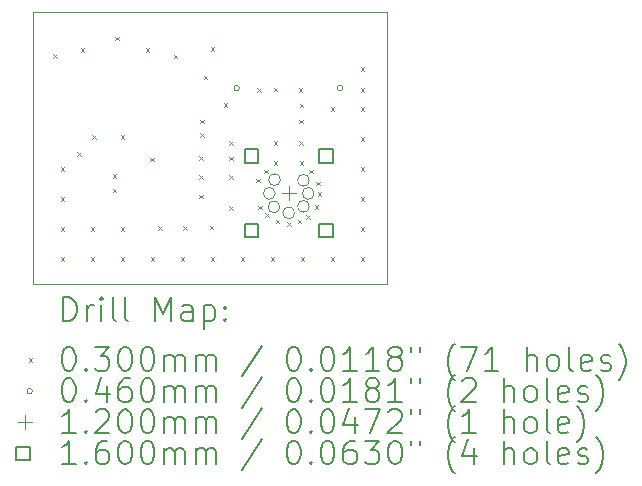
<source format=gbr>
%TF.GenerationSoftware,KiCad,Pcbnew,8.0.6*%
%TF.CreationDate,2024-11-27T10:36:13+01:00*%
%TF.ProjectId,TDR1,54445231-2e6b-4696-9361-645f70636258,0.1*%
%TF.SameCoordinates,Original*%
%TF.FileFunction,Drillmap*%
%TF.FilePolarity,Positive*%
%FSLAX45Y45*%
G04 Gerber Fmt 4.5, Leading zero omitted, Abs format (unit mm)*
G04 Created by KiCad (PCBNEW 8.0.6) date 2024-11-27 10:36:13*
%MOMM*%
%LPD*%
G01*
G04 APERTURE LIST*
%ADD10C,0.100000*%
%ADD11C,0.050000*%
%ADD12C,0.200000*%
%ADD13C,0.120000*%
%ADD14C,0.160000*%
G04 APERTURE END LIST*
D10*
X3000000Y2300000D02*
X3000000Y0D01*
X0Y0D02*
X0Y2300000D01*
D11*
X2090000Y650000D02*
G75*
G02*
X1990000Y650000I-50000J0D01*
G01*
X1990000Y650000D02*
G75*
G02*
X2090000Y650000I50000J0D01*
G01*
X2380000Y765000D02*
G75*
G02*
X2280000Y765000I-50000J0D01*
G01*
X2280000Y765000D02*
G75*
G02*
X2380000Y765000I50000J0D01*
G01*
X2095000Y880000D02*
G75*
G02*
X1995000Y880000I-50000J0D01*
G01*
X1995000Y880000D02*
G75*
G02*
X2095000Y880000I50000J0D01*
G01*
D10*
X3000000Y0D02*
X0Y0D01*
X0Y2300000D02*
X3000000Y2300000D01*
D11*
X2050000Y765000D02*
G75*
G02*
X1950000Y765000I-50000J0D01*
G01*
X1950000Y765000D02*
G75*
G02*
X2050000Y765000I50000J0D01*
G01*
X2340000Y875000D02*
G75*
G02*
X2240000Y875000I-50000J0D01*
G01*
X2240000Y875000D02*
G75*
G02*
X2340000Y875000I50000J0D01*
G01*
X2340000Y655000D02*
G75*
G02*
X2240000Y655000I-50000J0D01*
G01*
X2240000Y655000D02*
G75*
G02*
X2340000Y655000I50000J0D01*
G01*
X2215000Y600000D02*
G75*
G02*
X2115000Y600000I-50000J0D01*
G01*
X2115000Y600000D02*
G75*
G02*
X2215000Y600000I50000J0D01*
G01*
D12*
D10*
X170000Y1945000D02*
X200000Y1915000D01*
X200000Y1945000D02*
X170000Y1915000D01*
X234000Y988500D02*
X264000Y958500D01*
X264000Y988500D02*
X234000Y958500D01*
X234000Y734500D02*
X264000Y704500D01*
X264000Y734500D02*
X234000Y704500D01*
X234000Y480500D02*
X264000Y450500D01*
X264000Y480500D02*
X234000Y450500D01*
X234000Y226500D02*
X264000Y196500D01*
X264000Y226500D02*
X234000Y196500D01*
X375000Y1115000D02*
X405000Y1085000D01*
X405000Y1115000D02*
X375000Y1085000D01*
X405000Y1995000D02*
X435000Y1965000D01*
X435000Y1995000D02*
X405000Y1965000D01*
X488000Y480500D02*
X518000Y450500D01*
X518000Y480500D02*
X488000Y450500D01*
X488000Y226500D02*
X518000Y196500D01*
X518000Y226500D02*
X488000Y196500D01*
X500000Y1255000D02*
X530000Y1225000D01*
X530000Y1255000D02*
X500000Y1225000D01*
X675000Y925000D02*
X705000Y895000D01*
X705000Y925000D02*
X675000Y895000D01*
X675000Y805000D02*
X705000Y775000D01*
X705000Y805000D02*
X675000Y775000D01*
X695000Y2090000D02*
X725000Y2060000D01*
X725000Y2090000D02*
X695000Y2060000D01*
X742000Y480500D02*
X772000Y450500D01*
X772000Y480500D02*
X742000Y450500D01*
X742000Y226500D02*
X772000Y196500D01*
X772000Y226500D02*
X742000Y196500D01*
X745000Y1255000D02*
X775000Y1225000D01*
X775000Y1255000D02*
X745000Y1225000D01*
X955000Y1995000D02*
X985000Y1965000D01*
X985000Y1995000D02*
X955000Y1965000D01*
X995000Y1065000D02*
X1025000Y1035000D01*
X1025000Y1065000D02*
X995000Y1035000D01*
X996000Y226500D02*
X1026000Y196500D01*
X1026000Y226500D02*
X996000Y196500D01*
X1060000Y485000D02*
X1090000Y455000D01*
X1090000Y485000D02*
X1060000Y455000D01*
X1190000Y1940000D02*
X1220000Y1910000D01*
X1220000Y1940000D02*
X1190000Y1910000D01*
X1250000Y226500D02*
X1280000Y196500D01*
X1280000Y226500D02*
X1250000Y196500D01*
X1270000Y485000D02*
X1300000Y455000D01*
X1300000Y485000D02*
X1270000Y455000D01*
X1410000Y1080000D02*
X1440000Y1050000D01*
X1440000Y1080000D02*
X1410000Y1050000D01*
X1410000Y920000D02*
X1440000Y890000D01*
X1440000Y920000D02*
X1410000Y890000D01*
X1410000Y755000D02*
X1440000Y725000D01*
X1440000Y755000D02*
X1410000Y725000D01*
X1415000Y1390000D02*
X1445000Y1360000D01*
X1445000Y1390000D02*
X1415000Y1360000D01*
X1415000Y1275000D02*
X1445000Y1245000D01*
X1445000Y1275000D02*
X1415000Y1245000D01*
X1445000Y1760000D02*
X1475000Y1730000D01*
X1475000Y1760000D02*
X1445000Y1730000D01*
X1495000Y490000D02*
X1525000Y460000D01*
X1525000Y490000D02*
X1495000Y460000D01*
X1504000Y2004500D02*
X1534000Y1974500D01*
X1534000Y2004500D02*
X1504000Y1974500D01*
X1504000Y226500D02*
X1534000Y196500D01*
X1534000Y226500D02*
X1504000Y196500D01*
X1615000Y1530000D02*
X1645000Y1500000D01*
X1645000Y1530000D02*
X1615000Y1500000D01*
X1660000Y1205000D02*
X1690000Y1175000D01*
X1690000Y1205000D02*
X1660000Y1175000D01*
X1660000Y1075000D02*
X1690000Y1045000D01*
X1690000Y1075000D02*
X1660000Y1045000D01*
X1660000Y920000D02*
X1690000Y890000D01*
X1690000Y920000D02*
X1660000Y890000D01*
X1660000Y655000D02*
X1690000Y625000D01*
X1690000Y655000D02*
X1660000Y625000D01*
X1758000Y226500D02*
X1788000Y196500D01*
X1788000Y226500D02*
X1758000Y196500D01*
X1890000Y890000D02*
X1920000Y860000D01*
X1920000Y890000D02*
X1890000Y860000D01*
X1900000Y1655000D02*
X1930000Y1625000D01*
X1930000Y1655000D02*
X1900000Y1625000D01*
X1905000Y660000D02*
X1935000Y630000D01*
X1935000Y660000D02*
X1905000Y630000D01*
X1960000Y965000D02*
X1990000Y935000D01*
X1990000Y965000D02*
X1960000Y935000D01*
X1965000Y595000D02*
X1995000Y565000D01*
X1995000Y595000D02*
X1965000Y565000D01*
X2012000Y226500D02*
X2042000Y196500D01*
X2042000Y226500D02*
X2012000Y196500D01*
X2040000Y1660000D02*
X2070000Y1630000D01*
X2070000Y1660000D02*
X2040000Y1630000D01*
X2040000Y1205000D02*
X2070000Y1175000D01*
X2070000Y1205000D02*
X2040000Y1175000D01*
X2040000Y1035000D02*
X2070000Y1005000D01*
X2070000Y1035000D02*
X2040000Y1005000D01*
X2055000Y540000D02*
X2085000Y510000D01*
X2085000Y540000D02*
X2055000Y510000D01*
X2155000Y520000D02*
X2185000Y490000D01*
X2185000Y520000D02*
X2155000Y490000D01*
X2240000Y540000D02*
X2270000Y510000D01*
X2270000Y540000D02*
X2240000Y510000D01*
X2250000Y1655000D02*
X2280000Y1625000D01*
X2280000Y1655000D02*
X2250000Y1625000D01*
X2255000Y1390000D02*
X2285000Y1360000D01*
X2285000Y1390000D02*
X2255000Y1360000D01*
X2255000Y1205000D02*
X2285000Y1175000D01*
X2285000Y1205000D02*
X2255000Y1175000D01*
X2260000Y1525000D02*
X2290000Y1495000D01*
X2290000Y1525000D02*
X2260000Y1495000D01*
X2260000Y1035000D02*
X2290000Y1005000D01*
X2290000Y1035000D02*
X2260000Y1005000D01*
X2266000Y226500D02*
X2296000Y196500D01*
X2296000Y226500D02*
X2266000Y196500D01*
X2315000Y580000D02*
X2345000Y550000D01*
X2345000Y580000D02*
X2315000Y550000D01*
X2340000Y965000D02*
X2370000Y935000D01*
X2370000Y965000D02*
X2340000Y935000D01*
X2385000Y665000D02*
X2415000Y635000D01*
X2415000Y665000D02*
X2385000Y635000D01*
X2400000Y865000D02*
X2430000Y835000D01*
X2430000Y865000D02*
X2400000Y835000D01*
X2410000Y775000D02*
X2440000Y745000D01*
X2440000Y775000D02*
X2410000Y745000D01*
X2520000Y1496500D02*
X2550000Y1466500D01*
X2550000Y1496500D02*
X2520000Y1466500D01*
X2520000Y226500D02*
X2550000Y196500D01*
X2550000Y226500D02*
X2520000Y196500D01*
X2774000Y1496500D02*
X2804000Y1466500D01*
X2804000Y1496500D02*
X2774000Y1466500D01*
X2774000Y1242500D02*
X2804000Y1212500D01*
X2804000Y1242500D02*
X2774000Y1212500D01*
X2774000Y988500D02*
X2804000Y958500D01*
X2804000Y988500D02*
X2774000Y958500D01*
X2774000Y734500D02*
X2804000Y704500D01*
X2804000Y734500D02*
X2774000Y704500D01*
X2774000Y480500D02*
X2804000Y450500D01*
X2804000Y480500D02*
X2774000Y450500D01*
X2774000Y226500D02*
X2804000Y196500D01*
X2804000Y226500D02*
X2774000Y196500D01*
X2775000Y1835000D02*
X2805000Y1805000D01*
X2805000Y1835000D02*
X2775000Y1805000D01*
X2775000Y1655000D02*
X2805000Y1625000D01*
X2805000Y1655000D02*
X2775000Y1625000D01*
X1747000Y1656000D02*
G75*
G02*
X1701000Y1656000I-23000J0D01*
G01*
X1701000Y1656000D02*
G75*
G02*
X1747000Y1656000I23000J0D01*
G01*
X2623000Y1656000D02*
G75*
G02*
X2577000Y1656000I-23000J0D01*
G01*
X2577000Y1656000D02*
G75*
G02*
X2623000Y1656000I23000J0D01*
G01*
D13*
X2166610Y826640D02*
X2166610Y706640D01*
X2106610Y766640D02*
X2226610Y766640D01*
D14*
X1908179Y1025071D02*
X1908179Y1138209D01*
X1795041Y1138209D01*
X1795041Y1025071D01*
X1908179Y1025071D01*
X1908179Y395071D02*
X1908179Y508209D01*
X1795041Y508209D01*
X1795041Y395071D01*
X1908179Y395071D01*
X2538179Y1025071D02*
X2538179Y1138209D01*
X2425041Y1138209D01*
X2425041Y1025071D01*
X2538179Y1025071D01*
X2538179Y395071D02*
X2538179Y508209D01*
X2425041Y508209D01*
X2425041Y395071D01*
X2538179Y395071D01*
D12*
X255777Y-316484D02*
X255777Y-116484D01*
X255777Y-116484D02*
X303396Y-116484D01*
X303396Y-116484D02*
X331967Y-126008D01*
X331967Y-126008D02*
X351015Y-145055D01*
X351015Y-145055D02*
X360539Y-164103D01*
X360539Y-164103D02*
X370062Y-202198D01*
X370062Y-202198D02*
X370062Y-230769D01*
X370062Y-230769D02*
X360539Y-268865D01*
X360539Y-268865D02*
X351015Y-287912D01*
X351015Y-287912D02*
X331967Y-306960D01*
X331967Y-306960D02*
X303396Y-316484D01*
X303396Y-316484D02*
X255777Y-316484D01*
X455777Y-316484D02*
X455777Y-183150D01*
X455777Y-221246D02*
X465301Y-202198D01*
X465301Y-202198D02*
X474824Y-192674D01*
X474824Y-192674D02*
X493872Y-183150D01*
X493872Y-183150D02*
X512920Y-183150D01*
X579586Y-316484D02*
X579586Y-183150D01*
X579586Y-116484D02*
X570063Y-126008D01*
X570063Y-126008D02*
X579586Y-135531D01*
X579586Y-135531D02*
X589110Y-126008D01*
X589110Y-126008D02*
X579586Y-116484D01*
X579586Y-116484D02*
X579586Y-135531D01*
X703396Y-316484D02*
X684348Y-306960D01*
X684348Y-306960D02*
X674824Y-287912D01*
X674824Y-287912D02*
X674824Y-116484D01*
X808158Y-316484D02*
X789110Y-306960D01*
X789110Y-306960D02*
X779586Y-287912D01*
X779586Y-287912D02*
X779586Y-116484D01*
X1036729Y-316484D02*
X1036729Y-116484D01*
X1036729Y-116484D02*
X1103396Y-259341D01*
X1103396Y-259341D02*
X1170063Y-116484D01*
X1170063Y-116484D02*
X1170063Y-316484D01*
X1351015Y-316484D02*
X1351015Y-211722D01*
X1351015Y-211722D02*
X1341491Y-192674D01*
X1341491Y-192674D02*
X1322444Y-183150D01*
X1322444Y-183150D02*
X1284348Y-183150D01*
X1284348Y-183150D02*
X1265301Y-192674D01*
X1351015Y-306960D02*
X1331967Y-316484D01*
X1331967Y-316484D02*
X1284348Y-316484D01*
X1284348Y-316484D02*
X1265301Y-306960D01*
X1265301Y-306960D02*
X1255777Y-287912D01*
X1255777Y-287912D02*
X1255777Y-268865D01*
X1255777Y-268865D02*
X1265301Y-249817D01*
X1265301Y-249817D02*
X1284348Y-240293D01*
X1284348Y-240293D02*
X1331967Y-240293D01*
X1331967Y-240293D02*
X1351015Y-230769D01*
X1446253Y-183150D02*
X1446253Y-383150D01*
X1446253Y-192674D02*
X1465301Y-183150D01*
X1465301Y-183150D02*
X1503396Y-183150D01*
X1503396Y-183150D02*
X1522443Y-192674D01*
X1522443Y-192674D02*
X1531967Y-202198D01*
X1531967Y-202198D02*
X1541491Y-221246D01*
X1541491Y-221246D02*
X1541491Y-278389D01*
X1541491Y-278389D02*
X1531967Y-297436D01*
X1531967Y-297436D02*
X1522443Y-306960D01*
X1522443Y-306960D02*
X1503396Y-316484D01*
X1503396Y-316484D02*
X1465301Y-316484D01*
X1465301Y-316484D02*
X1446253Y-306960D01*
X1627205Y-297436D02*
X1636729Y-306960D01*
X1636729Y-306960D02*
X1627205Y-316484D01*
X1627205Y-316484D02*
X1617682Y-306960D01*
X1617682Y-306960D02*
X1627205Y-297436D01*
X1627205Y-297436D02*
X1627205Y-316484D01*
X1627205Y-192674D02*
X1636729Y-202198D01*
X1636729Y-202198D02*
X1627205Y-211722D01*
X1627205Y-211722D02*
X1617682Y-202198D01*
X1617682Y-202198D02*
X1627205Y-192674D01*
X1627205Y-192674D02*
X1627205Y-211722D01*
D10*
X-35000Y-630000D02*
X-5000Y-660000D01*
X-5000Y-630000D02*
X-35000Y-660000D01*
D12*
X293872Y-536484D02*
X312920Y-536484D01*
X312920Y-536484D02*
X331967Y-546008D01*
X331967Y-546008D02*
X341491Y-555531D01*
X341491Y-555531D02*
X351015Y-574579D01*
X351015Y-574579D02*
X360539Y-612674D01*
X360539Y-612674D02*
X360539Y-660293D01*
X360539Y-660293D02*
X351015Y-698389D01*
X351015Y-698389D02*
X341491Y-717436D01*
X341491Y-717436D02*
X331967Y-726960D01*
X331967Y-726960D02*
X312920Y-736484D01*
X312920Y-736484D02*
X293872Y-736484D01*
X293872Y-736484D02*
X274824Y-726960D01*
X274824Y-726960D02*
X265301Y-717436D01*
X265301Y-717436D02*
X255777Y-698389D01*
X255777Y-698389D02*
X246253Y-660293D01*
X246253Y-660293D02*
X246253Y-612674D01*
X246253Y-612674D02*
X255777Y-574579D01*
X255777Y-574579D02*
X265301Y-555531D01*
X265301Y-555531D02*
X274824Y-546008D01*
X274824Y-546008D02*
X293872Y-536484D01*
X446253Y-717436D02*
X455777Y-726960D01*
X455777Y-726960D02*
X446253Y-736484D01*
X446253Y-736484D02*
X436729Y-726960D01*
X436729Y-726960D02*
X446253Y-717436D01*
X446253Y-717436D02*
X446253Y-736484D01*
X522443Y-536484D02*
X646253Y-536484D01*
X646253Y-536484D02*
X579586Y-612674D01*
X579586Y-612674D02*
X608158Y-612674D01*
X608158Y-612674D02*
X627205Y-622198D01*
X627205Y-622198D02*
X636729Y-631722D01*
X636729Y-631722D02*
X646253Y-650770D01*
X646253Y-650770D02*
X646253Y-698389D01*
X646253Y-698389D02*
X636729Y-717436D01*
X636729Y-717436D02*
X627205Y-726960D01*
X627205Y-726960D02*
X608158Y-736484D01*
X608158Y-736484D02*
X551015Y-736484D01*
X551015Y-736484D02*
X531967Y-726960D01*
X531967Y-726960D02*
X522443Y-717436D01*
X770062Y-536484D02*
X789110Y-536484D01*
X789110Y-536484D02*
X808158Y-546008D01*
X808158Y-546008D02*
X817682Y-555531D01*
X817682Y-555531D02*
X827205Y-574579D01*
X827205Y-574579D02*
X836729Y-612674D01*
X836729Y-612674D02*
X836729Y-660293D01*
X836729Y-660293D02*
X827205Y-698389D01*
X827205Y-698389D02*
X817682Y-717436D01*
X817682Y-717436D02*
X808158Y-726960D01*
X808158Y-726960D02*
X789110Y-736484D01*
X789110Y-736484D02*
X770062Y-736484D01*
X770062Y-736484D02*
X751015Y-726960D01*
X751015Y-726960D02*
X741491Y-717436D01*
X741491Y-717436D02*
X731967Y-698389D01*
X731967Y-698389D02*
X722443Y-660293D01*
X722443Y-660293D02*
X722443Y-612674D01*
X722443Y-612674D02*
X731967Y-574579D01*
X731967Y-574579D02*
X741491Y-555531D01*
X741491Y-555531D02*
X751015Y-546008D01*
X751015Y-546008D02*
X770062Y-536484D01*
X960539Y-536484D02*
X979586Y-536484D01*
X979586Y-536484D02*
X998634Y-546008D01*
X998634Y-546008D02*
X1008158Y-555531D01*
X1008158Y-555531D02*
X1017682Y-574579D01*
X1017682Y-574579D02*
X1027205Y-612674D01*
X1027205Y-612674D02*
X1027205Y-660293D01*
X1027205Y-660293D02*
X1017682Y-698389D01*
X1017682Y-698389D02*
X1008158Y-717436D01*
X1008158Y-717436D02*
X998634Y-726960D01*
X998634Y-726960D02*
X979586Y-736484D01*
X979586Y-736484D02*
X960539Y-736484D01*
X960539Y-736484D02*
X941491Y-726960D01*
X941491Y-726960D02*
X931967Y-717436D01*
X931967Y-717436D02*
X922443Y-698389D01*
X922443Y-698389D02*
X912920Y-660293D01*
X912920Y-660293D02*
X912920Y-612674D01*
X912920Y-612674D02*
X922443Y-574579D01*
X922443Y-574579D02*
X931967Y-555531D01*
X931967Y-555531D02*
X941491Y-546008D01*
X941491Y-546008D02*
X960539Y-536484D01*
X1112920Y-736484D02*
X1112920Y-603150D01*
X1112920Y-622198D02*
X1122444Y-612674D01*
X1122444Y-612674D02*
X1141491Y-603150D01*
X1141491Y-603150D02*
X1170063Y-603150D01*
X1170063Y-603150D02*
X1189110Y-612674D01*
X1189110Y-612674D02*
X1198634Y-631722D01*
X1198634Y-631722D02*
X1198634Y-736484D01*
X1198634Y-631722D02*
X1208158Y-612674D01*
X1208158Y-612674D02*
X1227205Y-603150D01*
X1227205Y-603150D02*
X1255777Y-603150D01*
X1255777Y-603150D02*
X1274825Y-612674D01*
X1274825Y-612674D02*
X1284348Y-631722D01*
X1284348Y-631722D02*
X1284348Y-736484D01*
X1379586Y-736484D02*
X1379586Y-603150D01*
X1379586Y-622198D02*
X1389110Y-612674D01*
X1389110Y-612674D02*
X1408158Y-603150D01*
X1408158Y-603150D02*
X1436729Y-603150D01*
X1436729Y-603150D02*
X1455777Y-612674D01*
X1455777Y-612674D02*
X1465301Y-631722D01*
X1465301Y-631722D02*
X1465301Y-736484D01*
X1465301Y-631722D02*
X1474824Y-612674D01*
X1474824Y-612674D02*
X1493872Y-603150D01*
X1493872Y-603150D02*
X1522443Y-603150D01*
X1522443Y-603150D02*
X1541491Y-612674D01*
X1541491Y-612674D02*
X1551015Y-631722D01*
X1551015Y-631722D02*
X1551015Y-736484D01*
X1941491Y-526960D02*
X1770063Y-784103D01*
X2198634Y-536484D02*
X2217682Y-536484D01*
X2217682Y-536484D02*
X2236729Y-546008D01*
X2236729Y-546008D02*
X2246253Y-555531D01*
X2246253Y-555531D02*
X2255777Y-574579D01*
X2255777Y-574579D02*
X2265301Y-612674D01*
X2265301Y-612674D02*
X2265301Y-660293D01*
X2265301Y-660293D02*
X2255777Y-698389D01*
X2255777Y-698389D02*
X2246253Y-717436D01*
X2246253Y-717436D02*
X2236729Y-726960D01*
X2236729Y-726960D02*
X2217682Y-736484D01*
X2217682Y-736484D02*
X2198634Y-736484D01*
X2198634Y-736484D02*
X2179587Y-726960D01*
X2179587Y-726960D02*
X2170063Y-717436D01*
X2170063Y-717436D02*
X2160539Y-698389D01*
X2160539Y-698389D02*
X2151015Y-660293D01*
X2151015Y-660293D02*
X2151015Y-612674D01*
X2151015Y-612674D02*
X2160539Y-574579D01*
X2160539Y-574579D02*
X2170063Y-555531D01*
X2170063Y-555531D02*
X2179587Y-546008D01*
X2179587Y-546008D02*
X2198634Y-536484D01*
X2351015Y-717436D02*
X2360539Y-726960D01*
X2360539Y-726960D02*
X2351015Y-736484D01*
X2351015Y-736484D02*
X2341491Y-726960D01*
X2341491Y-726960D02*
X2351015Y-717436D01*
X2351015Y-717436D02*
X2351015Y-736484D01*
X2484348Y-536484D02*
X2503396Y-536484D01*
X2503396Y-536484D02*
X2522444Y-546008D01*
X2522444Y-546008D02*
X2531968Y-555531D01*
X2531968Y-555531D02*
X2541491Y-574579D01*
X2541491Y-574579D02*
X2551015Y-612674D01*
X2551015Y-612674D02*
X2551015Y-660293D01*
X2551015Y-660293D02*
X2541491Y-698389D01*
X2541491Y-698389D02*
X2531968Y-717436D01*
X2531968Y-717436D02*
X2522444Y-726960D01*
X2522444Y-726960D02*
X2503396Y-736484D01*
X2503396Y-736484D02*
X2484348Y-736484D01*
X2484348Y-736484D02*
X2465301Y-726960D01*
X2465301Y-726960D02*
X2455777Y-717436D01*
X2455777Y-717436D02*
X2446253Y-698389D01*
X2446253Y-698389D02*
X2436729Y-660293D01*
X2436729Y-660293D02*
X2436729Y-612674D01*
X2436729Y-612674D02*
X2446253Y-574579D01*
X2446253Y-574579D02*
X2455777Y-555531D01*
X2455777Y-555531D02*
X2465301Y-546008D01*
X2465301Y-546008D02*
X2484348Y-536484D01*
X2741491Y-736484D02*
X2627206Y-736484D01*
X2684348Y-736484D02*
X2684348Y-536484D01*
X2684348Y-536484D02*
X2665301Y-565055D01*
X2665301Y-565055D02*
X2646253Y-584103D01*
X2646253Y-584103D02*
X2627206Y-593627D01*
X2931967Y-736484D02*
X2817682Y-736484D01*
X2874825Y-736484D02*
X2874825Y-536484D01*
X2874825Y-536484D02*
X2855777Y-565055D01*
X2855777Y-565055D02*
X2836729Y-584103D01*
X2836729Y-584103D02*
X2817682Y-593627D01*
X3046253Y-622198D02*
X3027206Y-612674D01*
X3027206Y-612674D02*
X3017682Y-603150D01*
X3017682Y-603150D02*
X3008158Y-584103D01*
X3008158Y-584103D02*
X3008158Y-574579D01*
X3008158Y-574579D02*
X3017682Y-555531D01*
X3017682Y-555531D02*
X3027206Y-546008D01*
X3027206Y-546008D02*
X3046253Y-536484D01*
X3046253Y-536484D02*
X3084348Y-536484D01*
X3084348Y-536484D02*
X3103396Y-546008D01*
X3103396Y-546008D02*
X3112920Y-555531D01*
X3112920Y-555531D02*
X3122444Y-574579D01*
X3122444Y-574579D02*
X3122444Y-584103D01*
X3122444Y-584103D02*
X3112920Y-603150D01*
X3112920Y-603150D02*
X3103396Y-612674D01*
X3103396Y-612674D02*
X3084348Y-622198D01*
X3084348Y-622198D02*
X3046253Y-622198D01*
X3046253Y-622198D02*
X3027206Y-631722D01*
X3027206Y-631722D02*
X3017682Y-641246D01*
X3017682Y-641246D02*
X3008158Y-660293D01*
X3008158Y-660293D02*
X3008158Y-698389D01*
X3008158Y-698389D02*
X3017682Y-717436D01*
X3017682Y-717436D02*
X3027206Y-726960D01*
X3027206Y-726960D02*
X3046253Y-736484D01*
X3046253Y-736484D02*
X3084348Y-736484D01*
X3084348Y-736484D02*
X3103396Y-726960D01*
X3103396Y-726960D02*
X3112920Y-717436D01*
X3112920Y-717436D02*
X3122444Y-698389D01*
X3122444Y-698389D02*
X3122444Y-660293D01*
X3122444Y-660293D02*
X3112920Y-641246D01*
X3112920Y-641246D02*
X3103396Y-631722D01*
X3103396Y-631722D02*
X3084348Y-622198D01*
X3198634Y-536484D02*
X3198634Y-574579D01*
X3274825Y-536484D02*
X3274825Y-574579D01*
X3570063Y-812674D02*
X3560539Y-803150D01*
X3560539Y-803150D02*
X3541491Y-774579D01*
X3541491Y-774579D02*
X3531968Y-755531D01*
X3531968Y-755531D02*
X3522444Y-726960D01*
X3522444Y-726960D02*
X3512920Y-679341D01*
X3512920Y-679341D02*
X3512920Y-641246D01*
X3512920Y-641246D02*
X3522444Y-593627D01*
X3522444Y-593627D02*
X3531968Y-565055D01*
X3531968Y-565055D02*
X3541491Y-546008D01*
X3541491Y-546008D02*
X3560539Y-517436D01*
X3560539Y-517436D02*
X3570063Y-507912D01*
X3627206Y-536484D02*
X3760539Y-536484D01*
X3760539Y-536484D02*
X3674825Y-736484D01*
X3941491Y-736484D02*
X3827206Y-736484D01*
X3884348Y-736484D02*
X3884348Y-536484D01*
X3884348Y-536484D02*
X3865301Y-565055D01*
X3865301Y-565055D02*
X3846253Y-584103D01*
X3846253Y-584103D02*
X3827206Y-593627D01*
X4179587Y-736484D02*
X4179587Y-536484D01*
X4265301Y-736484D02*
X4265301Y-631722D01*
X4265301Y-631722D02*
X4255777Y-612674D01*
X4255777Y-612674D02*
X4236730Y-603150D01*
X4236730Y-603150D02*
X4208158Y-603150D01*
X4208158Y-603150D02*
X4189110Y-612674D01*
X4189110Y-612674D02*
X4179587Y-622198D01*
X4389111Y-736484D02*
X4370063Y-726960D01*
X4370063Y-726960D02*
X4360539Y-717436D01*
X4360539Y-717436D02*
X4351015Y-698389D01*
X4351015Y-698389D02*
X4351015Y-641246D01*
X4351015Y-641246D02*
X4360539Y-622198D01*
X4360539Y-622198D02*
X4370063Y-612674D01*
X4370063Y-612674D02*
X4389111Y-603150D01*
X4389111Y-603150D02*
X4417682Y-603150D01*
X4417682Y-603150D02*
X4436730Y-612674D01*
X4436730Y-612674D02*
X4446253Y-622198D01*
X4446253Y-622198D02*
X4455777Y-641246D01*
X4455777Y-641246D02*
X4455777Y-698389D01*
X4455777Y-698389D02*
X4446253Y-717436D01*
X4446253Y-717436D02*
X4436730Y-726960D01*
X4436730Y-726960D02*
X4417682Y-736484D01*
X4417682Y-736484D02*
X4389111Y-736484D01*
X4570063Y-736484D02*
X4551015Y-726960D01*
X4551015Y-726960D02*
X4541492Y-707912D01*
X4541492Y-707912D02*
X4541492Y-536484D01*
X4722444Y-726960D02*
X4703396Y-736484D01*
X4703396Y-736484D02*
X4665301Y-736484D01*
X4665301Y-736484D02*
X4646253Y-726960D01*
X4646253Y-726960D02*
X4636730Y-707912D01*
X4636730Y-707912D02*
X4636730Y-631722D01*
X4636730Y-631722D02*
X4646253Y-612674D01*
X4646253Y-612674D02*
X4665301Y-603150D01*
X4665301Y-603150D02*
X4703396Y-603150D01*
X4703396Y-603150D02*
X4722444Y-612674D01*
X4722444Y-612674D02*
X4731968Y-631722D01*
X4731968Y-631722D02*
X4731968Y-650770D01*
X4731968Y-650770D02*
X4636730Y-669817D01*
X4808158Y-726960D02*
X4827206Y-736484D01*
X4827206Y-736484D02*
X4865301Y-736484D01*
X4865301Y-736484D02*
X4884349Y-726960D01*
X4884349Y-726960D02*
X4893873Y-707912D01*
X4893873Y-707912D02*
X4893873Y-698389D01*
X4893873Y-698389D02*
X4884349Y-679341D01*
X4884349Y-679341D02*
X4865301Y-669817D01*
X4865301Y-669817D02*
X4836730Y-669817D01*
X4836730Y-669817D02*
X4817682Y-660293D01*
X4817682Y-660293D02*
X4808158Y-641246D01*
X4808158Y-641246D02*
X4808158Y-631722D01*
X4808158Y-631722D02*
X4817682Y-612674D01*
X4817682Y-612674D02*
X4836730Y-603150D01*
X4836730Y-603150D02*
X4865301Y-603150D01*
X4865301Y-603150D02*
X4884349Y-612674D01*
X4960539Y-812674D02*
X4970063Y-803150D01*
X4970063Y-803150D02*
X4989111Y-774579D01*
X4989111Y-774579D02*
X4998634Y-755531D01*
X4998634Y-755531D02*
X5008158Y-726960D01*
X5008158Y-726960D02*
X5017682Y-679341D01*
X5017682Y-679341D02*
X5017682Y-641246D01*
X5017682Y-641246D02*
X5008158Y-593627D01*
X5008158Y-593627D02*
X4998634Y-565055D01*
X4998634Y-565055D02*
X4989111Y-546008D01*
X4989111Y-546008D02*
X4970063Y-517436D01*
X4970063Y-517436D02*
X4960539Y-507912D01*
D10*
X-5000Y-909000D02*
G75*
G02*
X-51000Y-909000I-23000J0D01*
G01*
X-51000Y-909000D02*
G75*
G02*
X-5000Y-909000I23000J0D01*
G01*
D12*
X293872Y-800484D02*
X312920Y-800484D01*
X312920Y-800484D02*
X331967Y-810008D01*
X331967Y-810008D02*
X341491Y-819531D01*
X341491Y-819531D02*
X351015Y-838579D01*
X351015Y-838579D02*
X360539Y-876674D01*
X360539Y-876674D02*
X360539Y-924293D01*
X360539Y-924293D02*
X351015Y-962388D01*
X351015Y-962388D02*
X341491Y-981436D01*
X341491Y-981436D02*
X331967Y-990960D01*
X331967Y-990960D02*
X312920Y-1000484D01*
X312920Y-1000484D02*
X293872Y-1000484D01*
X293872Y-1000484D02*
X274824Y-990960D01*
X274824Y-990960D02*
X265301Y-981436D01*
X265301Y-981436D02*
X255777Y-962388D01*
X255777Y-962388D02*
X246253Y-924293D01*
X246253Y-924293D02*
X246253Y-876674D01*
X246253Y-876674D02*
X255777Y-838579D01*
X255777Y-838579D02*
X265301Y-819531D01*
X265301Y-819531D02*
X274824Y-810008D01*
X274824Y-810008D02*
X293872Y-800484D01*
X446253Y-981436D02*
X455777Y-990960D01*
X455777Y-990960D02*
X446253Y-1000484D01*
X446253Y-1000484D02*
X436729Y-990960D01*
X436729Y-990960D02*
X446253Y-981436D01*
X446253Y-981436D02*
X446253Y-1000484D01*
X627205Y-867150D02*
X627205Y-1000484D01*
X579586Y-790960D02*
X531967Y-933817D01*
X531967Y-933817D02*
X655777Y-933817D01*
X817682Y-800484D02*
X779586Y-800484D01*
X779586Y-800484D02*
X760539Y-810008D01*
X760539Y-810008D02*
X751015Y-819531D01*
X751015Y-819531D02*
X731967Y-848103D01*
X731967Y-848103D02*
X722443Y-886198D01*
X722443Y-886198D02*
X722443Y-962388D01*
X722443Y-962388D02*
X731967Y-981436D01*
X731967Y-981436D02*
X741491Y-990960D01*
X741491Y-990960D02*
X760539Y-1000484D01*
X760539Y-1000484D02*
X798634Y-1000484D01*
X798634Y-1000484D02*
X817682Y-990960D01*
X817682Y-990960D02*
X827205Y-981436D01*
X827205Y-981436D02*
X836729Y-962388D01*
X836729Y-962388D02*
X836729Y-914769D01*
X836729Y-914769D02*
X827205Y-895722D01*
X827205Y-895722D02*
X817682Y-886198D01*
X817682Y-886198D02*
X798634Y-876674D01*
X798634Y-876674D02*
X760539Y-876674D01*
X760539Y-876674D02*
X741491Y-886198D01*
X741491Y-886198D02*
X731967Y-895722D01*
X731967Y-895722D02*
X722443Y-914769D01*
X960539Y-800484D02*
X979586Y-800484D01*
X979586Y-800484D02*
X998634Y-810008D01*
X998634Y-810008D02*
X1008158Y-819531D01*
X1008158Y-819531D02*
X1017682Y-838579D01*
X1017682Y-838579D02*
X1027205Y-876674D01*
X1027205Y-876674D02*
X1027205Y-924293D01*
X1027205Y-924293D02*
X1017682Y-962388D01*
X1017682Y-962388D02*
X1008158Y-981436D01*
X1008158Y-981436D02*
X998634Y-990960D01*
X998634Y-990960D02*
X979586Y-1000484D01*
X979586Y-1000484D02*
X960539Y-1000484D01*
X960539Y-1000484D02*
X941491Y-990960D01*
X941491Y-990960D02*
X931967Y-981436D01*
X931967Y-981436D02*
X922443Y-962388D01*
X922443Y-962388D02*
X912920Y-924293D01*
X912920Y-924293D02*
X912920Y-876674D01*
X912920Y-876674D02*
X922443Y-838579D01*
X922443Y-838579D02*
X931967Y-819531D01*
X931967Y-819531D02*
X941491Y-810008D01*
X941491Y-810008D02*
X960539Y-800484D01*
X1112920Y-1000484D02*
X1112920Y-867150D01*
X1112920Y-886198D02*
X1122444Y-876674D01*
X1122444Y-876674D02*
X1141491Y-867150D01*
X1141491Y-867150D02*
X1170063Y-867150D01*
X1170063Y-867150D02*
X1189110Y-876674D01*
X1189110Y-876674D02*
X1198634Y-895722D01*
X1198634Y-895722D02*
X1198634Y-1000484D01*
X1198634Y-895722D02*
X1208158Y-876674D01*
X1208158Y-876674D02*
X1227205Y-867150D01*
X1227205Y-867150D02*
X1255777Y-867150D01*
X1255777Y-867150D02*
X1274825Y-876674D01*
X1274825Y-876674D02*
X1284348Y-895722D01*
X1284348Y-895722D02*
X1284348Y-1000484D01*
X1379586Y-1000484D02*
X1379586Y-867150D01*
X1379586Y-886198D02*
X1389110Y-876674D01*
X1389110Y-876674D02*
X1408158Y-867150D01*
X1408158Y-867150D02*
X1436729Y-867150D01*
X1436729Y-867150D02*
X1455777Y-876674D01*
X1455777Y-876674D02*
X1465301Y-895722D01*
X1465301Y-895722D02*
X1465301Y-1000484D01*
X1465301Y-895722D02*
X1474824Y-876674D01*
X1474824Y-876674D02*
X1493872Y-867150D01*
X1493872Y-867150D02*
X1522443Y-867150D01*
X1522443Y-867150D02*
X1541491Y-876674D01*
X1541491Y-876674D02*
X1551015Y-895722D01*
X1551015Y-895722D02*
X1551015Y-1000484D01*
X1941491Y-790960D02*
X1770063Y-1048103D01*
X2198634Y-800484D02*
X2217682Y-800484D01*
X2217682Y-800484D02*
X2236729Y-810008D01*
X2236729Y-810008D02*
X2246253Y-819531D01*
X2246253Y-819531D02*
X2255777Y-838579D01*
X2255777Y-838579D02*
X2265301Y-876674D01*
X2265301Y-876674D02*
X2265301Y-924293D01*
X2265301Y-924293D02*
X2255777Y-962388D01*
X2255777Y-962388D02*
X2246253Y-981436D01*
X2246253Y-981436D02*
X2236729Y-990960D01*
X2236729Y-990960D02*
X2217682Y-1000484D01*
X2217682Y-1000484D02*
X2198634Y-1000484D01*
X2198634Y-1000484D02*
X2179587Y-990960D01*
X2179587Y-990960D02*
X2170063Y-981436D01*
X2170063Y-981436D02*
X2160539Y-962388D01*
X2160539Y-962388D02*
X2151015Y-924293D01*
X2151015Y-924293D02*
X2151015Y-876674D01*
X2151015Y-876674D02*
X2160539Y-838579D01*
X2160539Y-838579D02*
X2170063Y-819531D01*
X2170063Y-819531D02*
X2179587Y-810008D01*
X2179587Y-810008D02*
X2198634Y-800484D01*
X2351015Y-981436D02*
X2360539Y-990960D01*
X2360539Y-990960D02*
X2351015Y-1000484D01*
X2351015Y-1000484D02*
X2341491Y-990960D01*
X2341491Y-990960D02*
X2351015Y-981436D01*
X2351015Y-981436D02*
X2351015Y-1000484D01*
X2484348Y-800484D02*
X2503396Y-800484D01*
X2503396Y-800484D02*
X2522444Y-810008D01*
X2522444Y-810008D02*
X2531968Y-819531D01*
X2531968Y-819531D02*
X2541491Y-838579D01*
X2541491Y-838579D02*
X2551015Y-876674D01*
X2551015Y-876674D02*
X2551015Y-924293D01*
X2551015Y-924293D02*
X2541491Y-962388D01*
X2541491Y-962388D02*
X2531968Y-981436D01*
X2531968Y-981436D02*
X2522444Y-990960D01*
X2522444Y-990960D02*
X2503396Y-1000484D01*
X2503396Y-1000484D02*
X2484348Y-1000484D01*
X2484348Y-1000484D02*
X2465301Y-990960D01*
X2465301Y-990960D02*
X2455777Y-981436D01*
X2455777Y-981436D02*
X2446253Y-962388D01*
X2446253Y-962388D02*
X2436729Y-924293D01*
X2436729Y-924293D02*
X2436729Y-876674D01*
X2436729Y-876674D02*
X2446253Y-838579D01*
X2446253Y-838579D02*
X2455777Y-819531D01*
X2455777Y-819531D02*
X2465301Y-810008D01*
X2465301Y-810008D02*
X2484348Y-800484D01*
X2741491Y-1000484D02*
X2627206Y-1000484D01*
X2684348Y-1000484D02*
X2684348Y-800484D01*
X2684348Y-800484D02*
X2665301Y-829055D01*
X2665301Y-829055D02*
X2646253Y-848103D01*
X2646253Y-848103D02*
X2627206Y-857627D01*
X2855777Y-886198D02*
X2836729Y-876674D01*
X2836729Y-876674D02*
X2827206Y-867150D01*
X2827206Y-867150D02*
X2817682Y-848103D01*
X2817682Y-848103D02*
X2817682Y-838579D01*
X2817682Y-838579D02*
X2827206Y-819531D01*
X2827206Y-819531D02*
X2836729Y-810008D01*
X2836729Y-810008D02*
X2855777Y-800484D01*
X2855777Y-800484D02*
X2893872Y-800484D01*
X2893872Y-800484D02*
X2912920Y-810008D01*
X2912920Y-810008D02*
X2922444Y-819531D01*
X2922444Y-819531D02*
X2931967Y-838579D01*
X2931967Y-838579D02*
X2931967Y-848103D01*
X2931967Y-848103D02*
X2922444Y-867150D01*
X2922444Y-867150D02*
X2912920Y-876674D01*
X2912920Y-876674D02*
X2893872Y-886198D01*
X2893872Y-886198D02*
X2855777Y-886198D01*
X2855777Y-886198D02*
X2836729Y-895722D01*
X2836729Y-895722D02*
X2827206Y-905246D01*
X2827206Y-905246D02*
X2817682Y-924293D01*
X2817682Y-924293D02*
X2817682Y-962388D01*
X2817682Y-962388D02*
X2827206Y-981436D01*
X2827206Y-981436D02*
X2836729Y-990960D01*
X2836729Y-990960D02*
X2855777Y-1000484D01*
X2855777Y-1000484D02*
X2893872Y-1000484D01*
X2893872Y-1000484D02*
X2912920Y-990960D01*
X2912920Y-990960D02*
X2922444Y-981436D01*
X2922444Y-981436D02*
X2931967Y-962388D01*
X2931967Y-962388D02*
X2931967Y-924293D01*
X2931967Y-924293D02*
X2922444Y-905246D01*
X2922444Y-905246D02*
X2912920Y-895722D01*
X2912920Y-895722D02*
X2893872Y-886198D01*
X3122444Y-1000484D02*
X3008158Y-1000484D01*
X3065301Y-1000484D02*
X3065301Y-800484D01*
X3065301Y-800484D02*
X3046253Y-829055D01*
X3046253Y-829055D02*
X3027206Y-848103D01*
X3027206Y-848103D02*
X3008158Y-857627D01*
X3198634Y-800484D02*
X3198634Y-838579D01*
X3274825Y-800484D02*
X3274825Y-838579D01*
X3570063Y-1076674D02*
X3560539Y-1067150D01*
X3560539Y-1067150D02*
X3541491Y-1038579D01*
X3541491Y-1038579D02*
X3531968Y-1019531D01*
X3531968Y-1019531D02*
X3522444Y-990960D01*
X3522444Y-990960D02*
X3512920Y-943341D01*
X3512920Y-943341D02*
X3512920Y-905246D01*
X3512920Y-905246D02*
X3522444Y-857627D01*
X3522444Y-857627D02*
X3531968Y-829055D01*
X3531968Y-829055D02*
X3541491Y-810008D01*
X3541491Y-810008D02*
X3560539Y-781436D01*
X3560539Y-781436D02*
X3570063Y-771912D01*
X3636729Y-819531D02*
X3646253Y-810008D01*
X3646253Y-810008D02*
X3665301Y-800484D01*
X3665301Y-800484D02*
X3712920Y-800484D01*
X3712920Y-800484D02*
X3731968Y-810008D01*
X3731968Y-810008D02*
X3741491Y-819531D01*
X3741491Y-819531D02*
X3751015Y-838579D01*
X3751015Y-838579D02*
X3751015Y-857627D01*
X3751015Y-857627D02*
X3741491Y-886198D01*
X3741491Y-886198D02*
X3627206Y-1000484D01*
X3627206Y-1000484D02*
X3751015Y-1000484D01*
X3989110Y-1000484D02*
X3989110Y-800484D01*
X4074825Y-1000484D02*
X4074825Y-895722D01*
X4074825Y-895722D02*
X4065301Y-876674D01*
X4065301Y-876674D02*
X4046253Y-867150D01*
X4046253Y-867150D02*
X4017682Y-867150D01*
X4017682Y-867150D02*
X3998634Y-876674D01*
X3998634Y-876674D02*
X3989110Y-886198D01*
X4198634Y-1000484D02*
X4179587Y-990960D01*
X4179587Y-990960D02*
X4170063Y-981436D01*
X4170063Y-981436D02*
X4160539Y-962388D01*
X4160539Y-962388D02*
X4160539Y-905246D01*
X4160539Y-905246D02*
X4170063Y-886198D01*
X4170063Y-886198D02*
X4179587Y-876674D01*
X4179587Y-876674D02*
X4198634Y-867150D01*
X4198634Y-867150D02*
X4227206Y-867150D01*
X4227206Y-867150D02*
X4246253Y-876674D01*
X4246253Y-876674D02*
X4255777Y-886198D01*
X4255777Y-886198D02*
X4265301Y-905246D01*
X4265301Y-905246D02*
X4265301Y-962388D01*
X4265301Y-962388D02*
X4255777Y-981436D01*
X4255777Y-981436D02*
X4246253Y-990960D01*
X4246253Y-990960D02*
X4227206Y-1000484D01*
X4227206Y-1000484D02*
X4198634Y-1000484D01*
X4379587Y-1000484D02*
X4360539Y-990960D01*
X4360539Y-990960D02*
X4351015Y-971912D01*
X4351015Y-971912D02*
X4351015Y-800484D01*
X4531968Y-990960D02*
X4512920Y-1000484D01*
X4512920Y-1000484D02*
X4474825Y-1000484D01*
X4474825Y-1000484D02*
X4455777Y-990960D01*
X4455777Y-990960D02*
X4446253Y-971912D01*
X4446253Y-971912D02*
X4446253Y-895722D01*
X4446253Y-895722D02*
X4455777Y-876674D01*
X4455777Y-876674D02*
X4474825Y-867150D01*
X4474825Y-867150D02*
X4512920Y-867150D01*
X4512920Y-867150D02*
X4531968Y-876674D01*
X4531968Y-876674D02*
X4541492Y-895722D01*
X4541492Y-895722D02*
X4541492Y-914769D01*
X4541492Y-914769D02*
X4446253Y-933817D01*
X4617682Y-990960D02*
X4636730Y-1000484D01*
X4636730Y-1000484D02*
X4674825Y-1000484D01*
X4674825Y-1000484D02*
X4693873Y-990960D01*
X4693873Y-990960D02*
X4703396Y-971912D01*
X4703396Y-971912D02*
X4703396Y-962388D01*
X4703396Y-962388D02*
X4693873Y-943341D01*
X4693873Y-943341D02*
X4674825Y-933817D01*
X4674825Y-933817D02*
X4646253Y-933817D01*
X4646253Y-933817D02*
X4627206Y-924293D01*
X4627206Y-924293D02*
X4617682Y-905246D01*
X4617682Y-905246D02*
X4617682Y-895722D01*
X4617682Y-895722D02*
X4627206Y-876674D01*
X4627206Y-876674D02*
X4646253Y-867150D01*
X4646253Y-867150D02*
X4674825Y-867150D01*
X4674825Y-867150D02*
X4693873Y-876674D01*
X4770063Y-1076674D02*
X4779587Y-1067150D01*
X4779587Y-1067150D02*
X4798634Y-1038579D01*
X4798634Y-1038579D02*
X4808158Y-1019531D01*
X4808158Y-1019531D02*
X4817682Y-990960D01*
X4817682Y-990960D02*
X4827206Y-943341D01*
X4827206Y-943341D02*
X4827206Y-905246D01*
X4827206Y-905246D02*
X4817682Y-857627D01*
X4817682Y-857627D02*
X4808158Y-829055D01*
X4808158Y-829055D02*
X4798634Y-810008D01*
X4798634Y-810008D02*
X4779587Y-781436D01*
X4779587Y-781436D02*
X4770063Y-771912D01*
D13*
X-65000Y-1113000D02*
X-65000Y-1233000D01*
X-125000Y-1173000D02*
X-5000Y-1173000D01*
D12*
X360539Y-1264484D02*
X246253Y-1264484D01*
X303396Y-1264484D02*
X303396Y-1064484D01*
X303396Y-1064484D02*
X284348Y-1093055D01*
X284348Y-1093055D02*
X265301Y-1112103D01*
X265301Y-1112103D02*
X246253Y-1121627D01*
X446253Y-1245436D02*
X455777Y-1254960D01*
X455777Y-1254960D02*
X446253Y-1264484D01*
X446253Y-1264484D02*
X436729Y-1254960D01*
X436729Y-1254960D02*
X446253Y-1245436D01*
X446253Y-1245436D02*
X446253Y-1264484D01*
X531967Y-1083531D02*
X541491Y-1074008D01*
X541491Y-1074008D02*
X560539Y-1064484D01*
X560539Y-1064484D02*
X608158Y-1064484D01*
X608158Y-1064484D02*
X627205Y-1074008D01*
X627205Y-1074008D02*
X636729Y-1083531D01*
X636729Y-1083531D02*
X646253Y-1102579D01*
X646253Y-1102579D02*
X646253Y-1121627D01*
X646253Y-1121627D02*
X636729Y-1150198D01*
X636729Y-1150198D02*
X522443Y-1264484D01*
X522443Y-1264484D02*
X646253Y-1264484D01*
X770062Y-1064484D02*
X789110Y-1064484D01*
X789110Y-1064484D02*
X808158Y-1074008D01*
X808158Y-1074008D02*
X817682Y-1083531D01*
X817682Y-1083531D02*
X827205Y-1102579D01*
X827205Y-1102579D02*
X836729Y-1140674D01*
X836729Y-1140674D02*
X836729Y-1188293D01*
X836729Y-1188293D02*
X827205Y-1226389D01*
X827205Y-1226389D02*
X817682Y-1245436D01*
X817682Y-1245436D02*
X808158Y-1254960D01*
X808158Y-1254960D02*
X789110Y-1264484D01*
X789110Y-1264484D02*
X770062Y-1264484D01*
X770062Y-1264484D02*
X751015Y-1254960D01*
X751015Y-1254960D02*
X741491Y-1245436D01*
X741491Y-1245436D02*
X731967Y-1226389D01*
X731967Y-1226389D02*
X722443Y-1188293D01*
X722443Y-1188293D02*
X722443Y-1140674D01*
X722443Y-1140674D02*
X731967Y-1102579D01*
X731967Y-1102579D02*
X741491Y-1083531D01*
X741491Y-1083531D02*
X751015Y-1074008D01*
X751015Y-1074008D02*
X770062Y-1064484D01*
X960539Y-1064484D02*
X979586Y-1064484D01*
X979586Y-1064484D02*
X998634Y-1074008D01*
X998634Y-1074008D02*
X1008158Y-1083531D01*
X1008158Y-1083531D02*
X1017682Y-1102579D01*
X1017682Y-1102579D02*
X1027205Y-1140674D01*
X1027205Y-1140674D02*
X1027205Y-1188293D01*
X1027205Y-1188293D02*
X1017682Y-1226389D01*
X1017682Y-1226389D02*
X1008158Y-1245436D01*
X1008158Y-1245436D02*
X998634Y-1254960D01*
X998634Y-1254960D02*
X979586Y-1264484D01*
X979586Y-1264484D02*
X960539Y-1264484D01*
X960539Y-1264484D02*
X941491Y-1254960D01*
X941491Y-1254960D02*
X931967Y-1245436D01*
X931967Y-1245436D02*
X922443Y-1226389D01*
X922443Y-1226389D02*
X912920Y-1188293D01*
X912920Y-1188293D02*
X912920Y-1140674D01*
X912920Y-1140674D02*
X922443Y-1102579D01*
X922443Y-1102579D02*
X931967Y-1083531D01*
X931967Y-1083531D02*
X941491Y-1074008D01*
X941491Y-1074008D02*
X960539Y-1064484D01*
X1112920Y-1264484D02*
X1112920Y-1131150D01*
X1112920Y-1150198D02*
X1122444Y-1140674D01*
X1122444Y-1140674D02*
X1141491Y-1131150D01*
X1141491Y-1131150D02*
X1170063Y-1131150D01*
X1170063Y-1131150D02*
X1189110Y-1140674D01*
X1189110Y-1140674D02*
X1198634Y-1159722D01*
X1198634Y-1159722D02*
X1198634Y-1264484D01*
X1198634Y-1159722D02*
X1208158Y-1140674D01*
X1208158Y-1140674D02*
X1227205Y-1131150D01*
X1227205Y-1131150D02*
X1255777Y-1131150D01*
X1255777Y-1131150D02*
X1274825Y-1140674D01*
X1274825Y-1140674D02*
X1284348Y-1159722D01*
X1284348Y-1159722D02*
X1284348Y-1264484D01*
X1379586Y-1264484D02*
X1379586Y-1131150D01*
X1379586Y-1150198D02*
X1389110Y-1140674D01*
X1389110Y-1140674D02*
X1408158Y-1131150D01*
X1408158Y-1131150D02*
X1436729Y-1131150D01*
X1436729Y-1131150D02*
X1455777Y-1140674D01*
X1455777Y-1140674D02*
X1465301Y-1159722D01*
X1465301Y-1159722D02*
X1465301Y-1264484D01*
X1465301Y-1159722D02*
X1474824Y-1140674D01*
X1474824Y-1140674D02*
X1493872Y-1131150D01*
X1493872Y-1131150D02*
X1522443Y-1131150D01*
X1522443Y-1131150D02*
X1541491Y-1140674D01*
X1541491Y-1140674D02*
X1551015Y-1159722D01*
X1551015Y-1159722D02*
X1551015Y-1264484D01*
X1941491Y-1054960D02*
X1770063Y-1312103D01*
X2198634Y-1064484D02*
X2217682Y-1064484D01*
X2217682Y-1064484D02*
X2236729Y-1074008D01*
X2236729Y-1074008D02*
X2246253Y-1083531D01*
X2246253Y-1083531D02*
X2255777Y-1102579D01*
X2255777Y-1102579D02*
X2265301Y-1140674D01*
X2265301Y-1140674D02*
X2265301Y-1188293D01*
X2265301Y-1188293D02*
X2255777Y-1226389D01*
X2255777Y-1226389D02*
X2246253Y-1245436D01*
X2246253Y-1245436D02*
X2236729Y-1254960D01*
X2236729Y-1254960D02*
X2217682Y-1264484D01*
X2217682Y-1264484D02*
X2198634Y-1264484D01*
X2198634Y-1264484D02*
X2179587Y-1254960D01*
X2179587Y-1254960D02*
X2170063Y-1245436D01*
X2170063Y-1245436D02*
X2160539Y-1226389D01*
X2160539Y-1226389D02*
X2151015Y-1188293D01*
X2151015Y-1188293D02*
X2151015Y-1140674D01*
X2151015Y-1140674D02*
X2160539Y-1102579D01*
X2160539Y-1102579D02*
X2170063Y-1083531D01*
X2170063Y-1083531D02*
X2179587Y-1074008D01*
X2179587Y-1074008D02*
X2198634Y-1064484D01*
X2351015Y-1245436D02*
X2360539Y-1254960D01*
X2360539Y-1254960D02*
X2351015Y-1264484D01*
X2351015Y-1264484D02*
X2341491Y-1254960D01*
X2341491Y-1254960D02*
X2351015Y-1245436D01*
X2351015Y-1245436D02*
X2351015Y-1264484D01*
X2484348Y-1064484D02*
X2503396Y-1064484D01*
X2503396Y-1064484D02*
X2522444Y-1074008D01*
X2522444Y-1074008D02*
X2531968Y-1083531D01*
X2531968Y-1083531D02*
X2541491Y-1102579D01*
X2541491Y-1102579D02*
X2551015Y-1140674D01*
X2551015Y-1140674D02*
X2551015Y-1188293D01*
X2551015Y-1188293D02*
X2541491Y-1226389D01*
X2541491Y-1226389D02*
X2531968Y-1245436D01*
X2531968Y-1245436D02*
X2522444Y-1254960D01*
X2522444Y-1254960D02*
X2503396Y-1264484D01*
X2503396Y-1264484D02*
X2484348Y-1264484D01*
X2484348Y-1264484D02*
X2465301Y-1254960D01*
X2465301Y-1254960D02*
X2455777Y-1245436D01*
X2455777Y-1245436D02*
X2446253Y-1226389D01*
X2446253Y-1226389D02*
X2436729Y-1188293D01*
X2436729Y-1188293D02*
X2436729Y-1140674D01*
X2436729Y-1140674D02*
X2446253Y-1102579D01*
X2446253Y-1102579D02*
X2455777Y-1083531D01*
X2455777Y-1083531D02*
X2465301Y-1074008D01*
X2465301Y-1074008D02*
X2484348Y-1064484D01*
X2722444Y-1131150D02*
X2722444Y-1264484D01*
X2674825Y-1054960D02*
X2627206Y-1197817D01*
X2627206Y-1197817D02*
X2751015Y-1197817D01*
X2808158Y-1064484D02*
X2941491Y-1064484D01*
X2941491Y-1064484D02*
X2855777Y-1264484D01*
X3008158Y-1083531D02*
X3017682Y-1074008D01*
X3017682Y-1074008D02*
X3036729Y-1064484D01*
X3036729Y-1064484D02*
X3084348Y-1064484D01*
X3084348Y-1064484D02*
X3103396Y-1074008D01*
X3103396Y-1074008D02*
X3112920Y-1083531D01*
X3112920Y-1083531D02*
X3122444Y-1102579D01*
X3122444Y-1102579D02*
X3122444Y-1121627D01*
X3122444Y-1121627D02*
X3112920Y-1150198D01*
X3112920Y-1150198D02*
X2998634Y-1264484D01*
X2998634Y-1264484D02*
X3122444Y-1264484D01*
X3198634Y-1064484D02*
X3198634Y-1102579D01*
X3274825Y-1064484D02*
X3274825Y-1102579D01*
X3570063Y-1340674D02*
X3560539Y-1331150D01*
X3560539Y-1331150D02*
X3541491Y-1302579D01*
X3541491Y-1302579D02*
X3531968Y-1283531D01*
X3531968Y-1283531D02*
X3522444Y-1254960D01*
X3522444Y-1254960D02*
X3512920Y-1207341D01*
X3512920Y-1207341D02*
X3512920Y-1169246D01*
X3512920Y-1169246D02*
X3522444Y-1121627D01*
X3522444Y-1121627D02*
X3531968Y-1093055D01*
X3531968Y-1093055D02*
X3541491Y-1074008D01*
X3541491Y-1074008D02*
X3560539Y-1045436D01*
X3560539Y-1045436D02*
X3570063Y-1035912D01*
X3751015Y-1264484D02*
X3636729Y-1264484D01*
X3693872Y-1264484D02*
X3693872Y-1064484D01*
X3693872Y-1064484D02*
X3674825Y-1093055D01*
X3674825Y-1093055D02*
X3655777Y-1112103D01*
X3655777Y-1112103D02*
X3636729Y-1121627D01*
X3989110Y-1264484D02*
X3989110Y-1064484D01*
X4074825Y-1264484D02*
X4074825Y-1159722D01*
X4074825Y-1159722D02*
X4065301Y-1140674D01*
X4065301Y-1140674D02*
X4046253Y-1131150D01*
X4046253Y-1131150D02*
X4017682Y-1131150D01*
X4017682Y-1131150D02*
X3998634Y-1140674D01*
X3998634Y-1140674D02*
X3989110Y-1150198D01*
X4198634Y-1264484D02*
X4179587Y-1254960D01*
X4179587Y-1254960D02*
X4170063Y-1245436D01*
X4170063Y-1245436D02*
X4160539Y-1226389D01*
X4160539Y-1226389D02*
X4160539Y-1169246D01*
X4160539Y-1169246D02*
X4170063Y-1150198D01*
X4170063Y-1150198D02*
X4179587Y-1140674D01*
X4179587Y-1140674D02*
X4198634Y-1131150D01*
X4198634Y-1131150D02*
X4227206Y-1131150D01*
X4227206Y-1131150D02*
X4246253Y-1140674D01*
X4246253Y-1140674D02*
X4255777Y-1150198D01*
X4255777Y-1150198D02*
X4265301Y-1169246D01*
X4265301Y-1169246D02*
X4265301Y-1226389D01*
X4265301Y-1226389D02*
X4255777Y-1245436D01*
X4255777Y-1245436D02*
X4246253Y-1254960D01*
X4246253Y-1254960D02*
X4227206Y-1264484D01*
X4227206Y-1264484D02*
X4198634Y-1264484D01*
X4379587Y-1264484D02*
X4360539Y-1254960D01*
X4360539Y-1254960D02*
X4351015Y-1235912D01*
X4351015Y-1235912D02*
X4351015Y-1064484D01*
X4531968Y-1254960D02*
X4512920Y-1264484D01*
X4512920Y-1264484D02*
X4474825Y-1264484D01*
X4474825Y-1264484D02*
X4455777Y-1254960D01*
X4455777Y-1254960D02*
X4446253Y-1235912D01*
X4446253Y-1235912D02*
X4446253Y-1159722D01*
X4446253Y-1159722D02*
X4455777Y-1140674D01*
X4455777Y-1140674D02*
X4474825Y-1131150D01*
X4474825Y-1131150D02*
X4512920Y-1131150D01*
X4512920Y-1131150D02*
X4531968Y-1140674D01*
X4531968Y-1140674D02*
X4541492Y-1159722D01*
X4541492Y-1159722D02*
X4541492Y-1178770D01*
X4541492Y-1178770D02*
X4446253Y-1197817D01*
X4608158Y-1340674D02*
X4617682Y-1331150D01*
X4617682Y-1331150D02*
X4636730Y-1302579D01*
X4636730Y-1302579D02*
X4646253Y-1283531D01*
X4646253Y-1283531D02*
X4655777Y-1254960D01*
X4655777Y-1254960D02*
X4665301Y-1207341D01*
X4665301Y-1207341D02*
X4665301Y-1169246D01*
X4665301Y-1169246D02*
X4655777Y-1121627D01*
X4655777Y-1121627D02*
X4646253Y-1093055D01*
X4646253Y-1093055D02*
X4636730Y-1074008D01*
X4636730Y-1074008D02*
X4617682Y-1045436D01*
X4617682Y-1045436D02*
X4608158Y-1035912D01*
D14*
X-28431Y-1493569D02*
X-28431Y-1380431D01*
X-141569Y-1380431D01*
X-141569Y-1493569D01*
X-28431Y-1493569D01*
D12*
X360539Y-1528484D02*
X246253Y-1528484D01*
X303396Y-1528484D02*
X303396Y-1328484D01*
X303396Y-1328484D02*
X284348Y-1357055D01*
X284348Y-1357055D02*
X265301Y-1376103D01*
X265301Y-1376103D02*
X246253Y-1385627D01*
X446253Y-1509436D02*
X455777Y-1518960D01*
X455777Y-1518960D02*
X446253Y-1528484D01*
X446253Y-1528484D02*
X436729Y-1518960D01*
X436729Y-1518960D02*
X446253Y-1509436D01*
X446253Y-1509436D02*
X446253Y-1528484D01*
X627205Y-1328484D02*
X589110Y-1328484D01*
X589110Y-1328484D02*
X570063Y-1338008D01*
X570063Y-1338008D02*
X560539Y-1347531D01*
X560539Y-1347531D02*
X541491Y-1376103D01*
X541491Y-1376103D02*
X531967Y-1414198D01*
X531967Y-1414198D02*
X531967Y-1490388D01*
X531967Y-1490388D02*
X541491Y-1509436D01*
X541491Y-1509436D02*
X551015Y-1518960D01*
X551015Y-1518960D02*
X570063Y-1528484D01*
X570063Y-1528484D02*
X608158Y-1528484D01*
X608158Y-1528484D02*
X627205Y-1518960D01*
X627205Y-1518960D02*
X636729Y-1509436D01*
X636729Y-1509436D02*
X646253Y-1490388D01*
X646253Y-1490388D02*
X646253Y-1442769D01*
X646253Y-1442769D02*
X636729Y-1423722D01*
X636729Y-1423722D02*
X627205Y-1414198D01*
X627205Y-1414198D02*
X608158Y-1404674D01*
X608158Y-1404674D02*
X570063Y-1404674D01*
X570063Y-1404674D02*
X551015Y-1414198D01*
X551015Y-1414198D02*
X541491Y-1423722D01*
X541491Y-1423722D02*
X531967Y-1442769D01*
X770062Y-1328484D02*
X789110Y-1328484D01*
X789110Y-1328484D02*
X808158Y-1338008D01*
X808158Y-1338008D02*
X817682Y-1347531D01*
X817682Y-1347531D02*
X827205Y-1366579D01*
X827205Y-1366579D02*
X836729Y-1404674D01*
X836729Y-1404674D02*
X836729Y-1452293D01*
X836729Y-1452293D02*
X827205Y-1490388D01*
X827205Y-1490388D02*
X817682Y-1509436D01*
X817682Y-1509436D02*
X808158Y-1518960D01*
X808158Y-1518960D02*
X789110Y-1528484D01*
X789110Y-1528484D02*
X770062Y-1528484D01*
X770062Y-1528484D02*
X751015Y-1518960D01*
X751015Y-1518960D02*
X741491Y-1509436D01*
X741491Y-1509436D02*
X731967Y-1490388D01*
X731967Y-1490388D02*
X722443Y-1452293D01*
X722443Y-1452293D02*
X722443Y-1404674D01*
X722443Y-1404674D02*
X731967Y-1366579D01*
X731967Y-1366579D02*
X741491Y-1347531D01*
X741491Y-1347531D02*
X751015Y-1338008D01*
X751015Y-1338008D02*
X770062Y-1328484D01*
X960539Y-1328484D02*
X979586Y-1328484D01*
X979586Y-1328484D02*
X998634Y-1338008D01*
X998634Y-1338008D02*
X1008158Y-1347531D01*
X1008158Y-1347531D02*
X1017682Y-1366579D01*
X1017682Y-1366579D02*
X1027205Y-1404674D01*
X1027205Y-1404674D02*
X1027205Y-1452293D01*
X1027205Y-1452293D02*
X1017682Y-1490388D01*
X1017682Y-1490388D02*
X1008158Y-1509436D01*
X1008158Y-1509436D02*
X998634Y-1518960D01*
X998634Y-1518960D02*
X979586Y-1528484D01*
X979586Y-1528484D02*
X960539Y-1528484D01*
X960539Y-1528484D02*
X941491Y-1518960D01*
X941491Y-1518960D02*
X931967Y-1509436D01*
X931967Y-1509436D02*
X922443Y-1490388D01*
X922443Y-1490388D02*
X912920Y-1452293D01*
X912920Y-1452293D02*
X912920Y-1404674D01*
X912920Y-1404674D02*
X922443Y-1366579D01*
X922443Y-1366579D02*
X931967Y-1347531D01*
X931967Y-1347531D02*
X941491Y-1338008D01*
X941491Y-1338008D02*
X960539Y-1328484D01*
X1112920Y-1528484D02*
X1112920Y-1395150D01*
X1112920Y-1414198D02*
X1122444Y-1404674D01*
X1122444Y-1404674D02*
X1141491Y-1395150D01*
X1141491Y-1395150D02*
X1170063Y-1395150D01*
X1170063Y-1395150D02*
X1189110Y-1404674D01*
X1189110Y-1404674D02*
X1198634Y-1423722D01*
X1198634Y-1423722D02*
X1198634Y-1528484D01*
X1198634Y-1423722D02*
X1208158Y-1404674D01*
X1208158Y-1404674D02*
X1227205Y-1395150D01*
X1227205Y-1395150D02*
X1255777Y-1395150D01*
X1255777Y-1395150D02*
X1274825Y-1404674D01*
X1274825Y-1404674D02*
X1284348Y-1423722D01*
X1284348Y-1423722D02*
X1284348Y-1528484D01*
X1379586Y-1528484D02*
X1379586Y-1395150D01*
X1379586Y-1414198D02*
X1389110Y-1404674D01*
X1389110Y-1404674D02*
X1408158Y-1395150D01*
X1408158Y-1395150D02*
X1436729Y-1395150D01*
X1436729Y-1395150D02*
X1455777Y-1404674D01*
X1455777Y-1404674D02*
X1465301Y-1423722D01*
X1465301Y-1423722D02*
X1465301Y-1528484D01*
X1465301Y-1423722D02*
X1474824Y-1404674D01*
X1474824Y-1404674D02*
X1493872Y-1395150D01*
X1493872Y-1395150D02*
X1522443Y-1395150D01*
X1522443Y-1395150D02*
X1541491Y-1404674D01*
X1541491Y-1404674D02*
X1551015Y-1423722D01*
X1551015Y-1423722D02*
X1551015Y-1528484D01*
X1941491Y-1318960D02*
X1770063Y-1576103D01*
X2198634Y-1328484D02*
X2217682Y-1328484D01*
X2217682Y-1328484D02*
X2236729Y-1338008D01*
X2236729Y-1338008D02*
X2246253Y-1347531D01*
X2246253Y-1347531D02*
X2255777Y-1366579D01*
X2255777Y-1366579D02*
X2265301Y-1404674D01*
X2265301Y-1404674D02*
X2265301Y-1452293D01*
X2265301Y-1452293D02*
X2255777Y-1490388D01*
X2255777Y-1490388D02*
X2246253Y-1509436D01*
X2246253Y-1509436D02*
X2236729Y-1518960D01*
X2236729Y-1518960D02*
X2217682Y-1528484D01*
X2217682Y-1528484D02*
X2198634Y-1528484D01*
X2198634Y-1528484D02*
X2179587Y-1518960D01*
X2179587Y-1518960D02*
X2170063Y-1509436D01*
X2170063Y-1509436D02*
X2160539Y-1490388D01*
X2160539Y-1490388D02*
X2151015Y-1452293D01*
X2151015Y-1452293D02*
X2151015Y-1404674D01*
X2151015Y-1404674D02*
X2160539Y-1366579D01*
X2160539Y-1366579D02*
X2170063Y-1347531D01*
X2170063Y-1347531D02*
X2179587Y-1338008D01*
X2179587Y-1338008D02*
X2198634Y-1328484D01*
X2351015Y-1509436D02*
X2360539Y-1518960D01*
X2360539Y-1518960D02*
X2351015Y-1528484D01*
X2351015Y-1528484D02*
X2341491Y-1518960D01*
X2341491Y-1518960D02*
X2351015Y-1509436D01*
X2351015Y-1509436D02*
X2351015Y-1528484D01*
X2484348Y-1328484D02*
X2503396Y-1328484D01*
X2503396Y-1328484D02*
X2522444Y-1338008D01*
X2522444Y-1338008D02*
X2531968Y-1347531D01*
X2531968Y-1347531D02*
X2541491Y-1366579D01*
X2541491Y-1366579D02*
X2551015Y-1404674D01*
X2551015Y-1404674D02*
X2551015Y-1452293D01*
X2551015Y-1452293D02*
X2541491Y-1490388D01*
X2541491Y-1490388D02*
X2531968Y-1509436D01*
X2531968Y-1509436D02*
X2522444Y-1518960D01*
X2522444Y-1518960D02*
X2503396Y-1528484D01*
X2503396Y-1528484D02*
X2484348Y-1528484D01*
X2484348Y-1528484D02*
X2465301Y-1518960D01*
X2465301Y-1518960D02*
X2455777Y-1509436D01*
X2455777Y-1509436D02*
X2446253Y-1490388D01*
X2446253Y-1490388D02*
X2436729Y-1452293D01*
X2436729Y-1452293D02*
X2436729Y-1404674D01*
X2436729Y-1404674D02*
X2446253Y-1366579D01*
X2446253Y-1366579D02*
X2455777Y-1347531D01*
X2455777Y-1347531D02*
X2465301Y-1338008D01*
X2465301Y-1338008D02*
X2484348Y-1328484D01*
X2722444Y-1328484D02*
X2684348Y-1328484D01*
X2684348Y-1328484D02*
X2665301Y-1338008D01*
X2665301Y-1338008D02*
X2655777Y-1347531D01*
X2655777Y-1347531D02*
X2636729Y-1376103D01*
X2636729Y-1376103D02*
X2627206Y-1414198D01*
X2627206Y-1414198D02*
X2627206Y-1490388D01*
X2627206Y-1490388D02*
X2636729Y-1509436D01*
X2636729Y-1509436D02*
X2646253Y-1518960D01*
X2646253Y-1518960D02*
X2665301Y-1528484D01*
X2665301Y-1528484D02*
X2703396Y-1528484D01*
X2703396Y-1528484D02*
X2722444Y-1518960D01*
X2722444Y-1518960D02*
X2731968Y-1509436D01*
X2731968Y-1509436D02*
X2741491Y-1490388D01*
X2741491Y-1490388D02*
X2741491Y-1442769D01*
X2741491Y-1442769D02*
X2731968Y-1423722D01*
X2731968Y-1423722D02*
X2722444Y-1414198D01*
X2722444Y-1414198D02*
X2703396Y-1404674D01*
X2703396Y-1404674D02*
X2665301Y-1404674D01*
X2665301Y-1404674D02*
X2646253Y-1414198D01*
X2646253Y-1414198D02*
X2636729Y-1423722D01*
X2636729Y-1423722D02*
X2627206Y-1442769D01*
X2808158Y-1328484D02*
X2931967Y-1328484D01*
X2931967Y-1328484D02*
X2865301Y-1404674D01*
X2865301Y-1404674D02*
X2893872Y-1404674D01*
X2893872Y-1404674D02*
X2912920Y-1414198D01*
X2912920Y-1414198D02*
X2922444Y-1423722D01*
X2922444Y-1423722D02*
X2931967Y-1442769D01*
X2931967Y-1442769D02*
X2931967Y-1490388D01*
X2931967Y-1490388D02*
X2922444Y-1509436D01*
X2922444Y-1509436D02*
X2912920Y-1518960D01*
X2912920Y-1518960D02*
X2893872Y-1528484D01*
X2893872Y-1528484D02*
X2836729Y-1528484D01*
X2836729Y-1528484D02*
X2817682Y-1518960D01*
X2817682Y-1518960D02*
X2808158Y-1509436D01*
X3055777Y-1328484D02*
X3074825Y-1328484D01*
X3074825Y-1328484D02*
X3093872Y-1338008D01*
X3093872Y-1338008D02*
X3103396Y-1347531D01*
X3103396Y-1347531D02*
X3112920Y-1366579D01*
X3112920Y-1366579D02*
X3122444Y-1404674D01*
X3122444Y-1404674D02*
X3122444Y-1452293D01*
X3122444Y-1452293D02*
X3112920Y-1490388D01*
X3112920Y-1490388D02*
X3103396Y-1509436D01*
X3103396Y-1509436D02*
X3093872Y-1518960D01*
X3093872Y-1518960D02*
X3074825Y-1528484D01*
X3074825Y-1528484D02*
X3055777Y-1528484D01*
X3055777Y-1528484D02*
X3036729Y-1518960D01*
X3036729Y-1518960D02*
X3027206Y-1509436D01*
X3027206Y-1509436D02*
X3017682Y-1490388D01*
X3017682Y-1490388D02*
X3008158Y-1452293D01*
X3008158Y-1452293D02*
X3008158Y-1404674D01*
X3008158Y-1404674D02*
X3017682Y-1366579D01*
X3017682Y-1366579D02*
X3027206Y-1347531D01*
X3027206Y-1347531D02*
X3036729Y-1338008D01*
X3036729Y-1338008D02*
X3055777Y-1328484D01*
X3198634Y-1328484D02*
X3198634Y-1366579D01*
X3274825Y-1328484D02*
X3274825Y-1366579D01*
X3570063Y-1604674D02*
X3560539Y-1595150D01*
X3560539Y-1595150D02*
X3541491Y-1566579D01*
X3541491Y-1566579D02*
X3531968Y-1547531D01*
X3531968Y-1547531D02*
X3522444Y-1518960D01*
X3522444Y-1518960D02*
X3512920Y-1471341D01*
X3512920Y-1471341D02*
X3512920Y-1433246D01*
X3512920Y-1433246D02*
X3522444Y-1385627D01*
X3522444Y-1385627D02*
X3531968Y-1357055D01*
X3531968Y-1357055D02*
X3541491Y-1338008D01*
X3541491Y-1338008D02*
X3560539Y-1309436D01*
X3560539Y-1309436D02*
X3570063Y-1299912D01*
X3731968Y-1395150D02*
X3731968Y-1528484D01*
X3684348Y-1318960D02*
X3636729Y-1461817D01*
X3636729Y-1461817D02*
X3760539Y-1461817D01*
X3989110Y-1528484D02*
X3989110Y-1328484D01*
X4074825Y-1528484D02*
X4074825Y-1423722D01*
X4074825Y-1423722D02*
X4065301Y-1404674D01*
X4065301Y-1404674D02*
X4046253Y-1395150D01*
X4046253Y-1395150D02*
X4017682Y-1395150D01*
X4017682Y-1395150D02*
X3998634Y-1404674D01*
X3998634Y-1404674D02*
X3989110Y-1414198D01*
X4198634Y-1528484D02*
X4179587Y-1518960D01*
X4179587Y-1518960D02*
X4170063Y-1509436D01*
X4170063Y-1509436D02*
X4160539Y-1490388D01*
X4160539Y-1490388D02*
X4160539Y-1433246D01*
X4160539Y-1433246D02*
X4170063Y-1414198D01*
X4170063Y-1414198D02*
X4179587Y-1404674D01*
X4179587Y-1404674D02*
X4198634Y-1395150D01*
X4198634Y-1395150D02*
X4227206Y-1395150D01*
X4227206Y-1395150D02*
X4246253Y-1404674D01*
X4246253Y-1404674D02*
X4255777Y-1414198D01*
X4255777Y-1414198D02*
X4265301Y-1433246D01*
X4265301Y-1433246D02*
X4265301Y-1490388D01*
X4265301Y-1490388D02*
X4255777Y-1509436D01*
X4255777Y-1509436D02*
X4246253Y-1518960D01*
X4246253Y-1518960D02*
X4227206Y-1528484D01*
X4227206Y-1528484D02*
X4198634Y-1528484D01*
X4379587Y-1528484D02*
X4360539Y-1518960D01*
X4360539Y-1518960D02*
X4351015Y-1499912D01*
X4351015Y-1499912D02*
X4351015Y-1328484D01*
X4531968Y-1518960D02*
X4512920Y-1528484D01*
X4512920Y-1528484D02*
X4474825Y-1528484D01*
X4474825Y-1528484D02*
X4455777Y-1518960D01*
X4455777Y-1518960D02*
X4446253Y-1499912D01*
X4446253Y-1499912D02*
X4446253Y-1423722D01*
X4446253Y-1423722D02*
X4455777Y-1404674D01*
X4455777Y-1404674D02*
X4474825Y-1395150D01*
X4474825Y-1395150D02*
X4512920Y-1395150D01*
X4512920Y-1395150D02*
X4531968Y-1404674D01*
X4531968Y-1404674D02*
X4541492Y-1423722D01*
X4541492Y-1423722D02*
X4541492Y-1442769D01*
X4541492Y-1442769D02*
X4446253Y-1461817D01*
X4617682Y-1518960D02*
X4636730Y-1528484D01*
X4636730Y-1528484D02*
X4674825Y-1528484D01*
X4674825Y-1528484D02*
X4693873Y-1518960D01*
X4693873Y-1518960D02*
X4703396Y-1499912D01*
X4703396Y-1499912D02*
X4703396Y-1490388D01*
X4703396Y-1490388D02*
X4693873Y-1471341D01*
X4693873Y-1471341D02*
X4674825Y-1461817D01*
X4674825Y-1461817D02*
X4646253Y-1461817D01*
X4646253Y-1461817D02*
X4627206Y-1452293D01*
X4627206Y-1452293D02*
X4617682Y-1433246D01*
X4617682Y-1433246D02*
X4617682Y-1423722D01*
X4617682Y-1423722D02*
X4627206Y-1404674D01*
X4627206Y-1404674D02*
X4646253Y-1395150D01*
X4646253Y-1395150D02*
X4674825Y-1395150D01*
X4674825Y-1395150D02*
X4693873Y-1404674D01*
X4770063Y-1604674D02*
X4779587Y-1595150D01*
X4779587Y-1595150D02*
X4798634Y-1566579D01*
X4798634Y-1566579D02*
X4808158Y-1547531D01*
X4808158Y-1547531D02*
X4817682Y-1518960D01*
X4817682Y-1518960D02*
X4827206Y-1471341D01*
X4827206Y-1471341D02*
X4827206Y-1433246D01*
X4827206Y-1433246D02*
X4817682Y-1385627D01*
X4817682Y-1385627D02*
X4808158Y-1357055D01*
X4808158Y-1357055D02*
X4798634Y-1338008D01*
X4798634Y-1338008D02*
X4779587Y-1309436D01*
X4779587Y-1309436D02*
X4770063Y-1299912D01*
M02*

</source>
